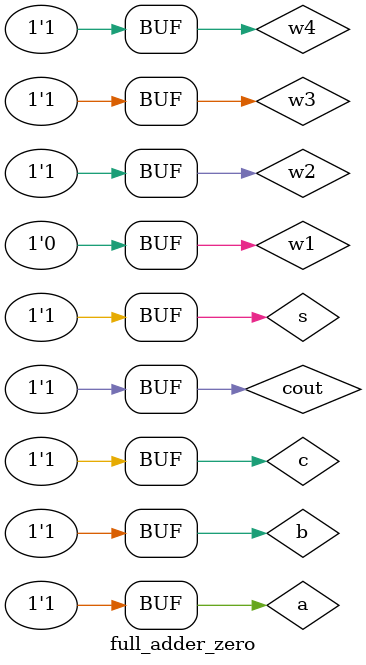
<source format=v>
module full_adder_zero;
reg a,b,c;
wire s,cout,w1,w2,w3,w4;
xor(w1,a,b);
xor(s,w1,c);
and(w2,a,c);
and(w3,b,c);
and(w4,a,b);
or(cout,w2,w3,w4);
initial begin
$monitor($time,"a =%b, b=%b, c=%b,cout=%b,s=%b",a,b,c,cout,s);
#0 a=0; b=0; c=0;
#10 a=0;b=0;c=1;
#10 a=0;b=1;c=0;
#10 a=0;b=1;c=1;
#10 a=1;b=0;c=0;
#10 a=1;b=0;c=1;
#10 a=1;b=1;c=0;
#10 a=1;b=1;c=1;
end
endmodule                                                



</source>
